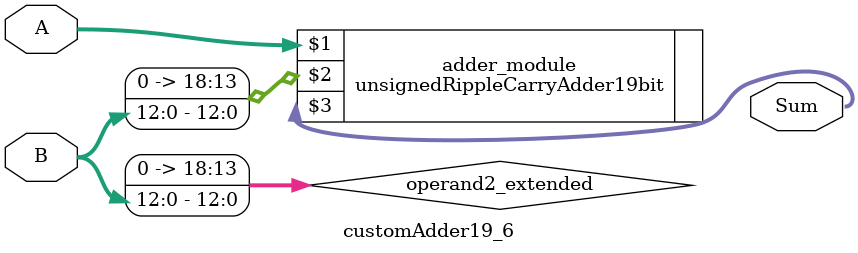
<source format=v>

module customAdder19_6(
                    input [18 : 0] A,
                    input [12 : 0] B,
                    
                    output [19 : 0] Sum
            );

    wire [18 : 0] operand2_extended;
    
    assign operand2_extended =  {6'b0, B};
    
    unsignedRippleCarryAdder19bit adder_module(
        A,
        operand2_extended,
        Sum
    );
    
endmodule
        
</source>
